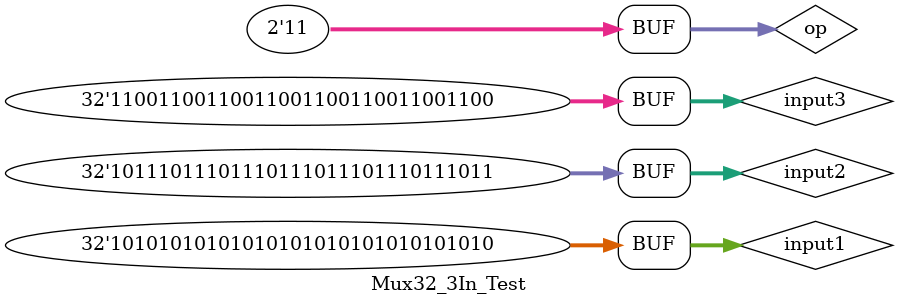
<source format=v>
module Mux32_3In_Test;

  reg [31:0] input1, input2, input3;
  reg [1:0] op;
  wire [31:0] out;
  
  Mux32_3In uut (
    .input1(input1),
    .input2(input2),
    .input3(input3),
    .op(op),
    .out(out)
  );

  initial begin    
    input1 = 32'hAAAAAAAA;
    input2 = 32'hBBBBBBBB;
    input3 = 32'hCCCCCCCC;
    op = 2'b00;
    #10;    
    
    op = 2'b01;
    #10;
    
    op = 2'b10;
    #10;
    
    op = 2'b11;
    #10;    
  end
endmodule

</source>
